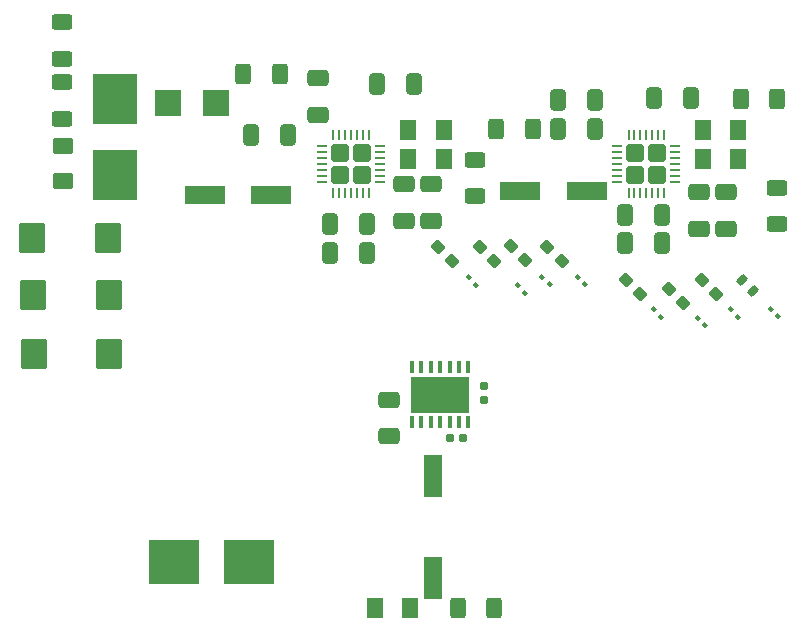
<source format=gtp>
G04 #@! TF.GenerationSoftware,KiCad,Pcbnew,9.0.2*
G04 #@! TF.CreationDate,2025-10-25T21:31:50-05:00*
G04 #@! TF.ProjectId,telescope_driver,74656c65-7363-46f7-9065-5f6472697665,rev?*
G04 #@! TF.SameCoordinates,Original*
G04 #@! TF.FileFunction,Paste,Top*
G04 #@! TF.FilePolarity,Positive*
%FSLAX46Y46*%
G04 Gerber Fmt 4.6, Leading zero omitted, Abs format (unit mm)*
G04 Created by KiCad (PCBNEW 9.0.2) date 2025-10-25 21:31:50*
%MOMM*%
%LPD*%
G01*
G04 APERTURE LIST*
G04 Aperture macros list*
%AMRoundRect*
0 Rectangle with rounded corners*
0 $1 Rounding radius*
0 $2 $3 $4 $5 $6 $7 $8 $9 X,Y pos of 4 corners*
0 Add a 4 corners polygon primitive as box body*
4,1,4,$2,$3,$4,$5,$6,$7,$8,$9,$2,$3,0*
0 Add four circle primitives for the rounded corners*
1,1,$1+$1,$2,$3*
1,1,$1+$1,$4,$5*
1,1,$1+$1,$6,$7*
1,1,$1+$1,$8,$9*
0 Add four rect primitives between the rounded corners*
20,1,$1+$1,$2,$3,$4,$5,0*
20,1,$1+$1,$4,$5,$6,$7,0*
20,1,$1+$1,$6,$7,$8,$9,0*
20,1,$1+$1,$8,$9,$2,$3,0*%
G04 Aperture macros list end*
%ADD10R,0.457200X1.016000*%
%ADD11R,4.952700X3.151000*%
%ADD12RoundRect,0.237500X-0.380070X0.044194X0.044194X-0.380070X0.380070X-0.044194X-0.044194X0.380070X0*%
%ADD13RoundRect,0.155000X-0.212500X-0.155000X0.212500X-0.155000X0.212500X0.155000X-0.212500X0.155000X0*%
%ADD14RoundRect,0.250000X-0.412500X-0.650000X0.412500X-0.650000X0.412500X0.650000X-0.412500X0.650000X0*%
%ADD15RoundRect,0.250001X0.872499X1.044999X-0.872499X1.044999X-0.872499X-1.044999X0.872499X-1.044999X0*%
%ADD16RoundRect,0.250000X-0.650000X0.412500X-0.650000X-0.412500X0.650000X-0.412500X0.650000X0.412500X0*%
%ADD17RoundRect,0.155000X0.155000X-0.212500X0.155000X0.212500X-0.155000X0.212500X-0.155000X-0.212500X0*%
%ADD18RoundRect,0.090000X0.161927X-0.034648X-0.034648X0.161927X-0.161927X0.034648X0.034648X-0.161927X0*%
%ADD19RoundRect,0.250001X0.462499X0.624999X-0.462499X0.624999X-0.462499X-0.624999X0.462499X-0.624999X0*%
%ADD20RoundRect,0.250000X0.412500X0.650000X-0.412500X0.650000X-0.412500X-0.650000X0.412500X-0.650000X0*%
%ADD21RoundRect,0.250001X-0.624999X0.462499X-0.624999X-0.462499X0.624999X-0.462499X0.624999X0.462499X0*%
%ADD22RoundRect,0.250000X-0.625000X0.400000X-0.625000X-0.400000X0.625000X-0.400000X0.625000X0.400000X0*%
%ADD23RoundRect,0.250000X-0.400000X-0.625000X0.400000X-0.625000X0.400000X0.625000X-0.400000X0.625000X0*%
%ADD24RoundRect,0.250000X0.495000X-0.495000X0.495000X0.495000X-0.495000X0.495000X-0.495000X-0.495000X0*%
%ADD25RoundRect,0.062500X0.062500X-0.337500X0.062500X0.337500X-0.062500X0.337500X-0.062500X-0.337500X0*%
%ADD26RoundRect,0.062500X0.337500X-0.062500X0.337500X0.062500X-0.337500X0.062500X-0.337500X-0.062500X0*%
%ADD27R,3.500000X1.600000*%
%ADD28R,2.209800X2.260600*%
%ADD29RoundRect,0.168750X-0.335875X-0.097228X-0.097228X-0.335875X0.335875X0.097228X0.097228X0.335875X0*%
%ADD30R,1.498600X3.606800*%
%ADD31RoundRect,0.250000X0.650000X-0.412500X0.650000X0.412500X-0.650000X0.412500X-0.650000X-0.412500X0*%
%ADD32R,4.241800X3.810000*%
%ADD33RoundRect,0.250000X0.400000X0.625000X-0.400000X0.625000X-0.400000X-0.625000X0.400000X-0.625000X0*%
%ADD34RoundRect,0.250000X0.625000X-0.400000X0.625000X0.400000X-0.625000X0.400000X-0.625000X-0.400000X0*%
%ADD35R,3.810000X4.241800*%
G04 APERTURE END LIST*
D10*
X131724800Y-80673600D03*
X132512200Y-80673600D03*
X133325000Y-80673600D03*
X134112400Y-80673600D03*
X134899800Y-80673600D03*
X135712600Y-80673600D03*
X136500000Y-80673600D03*
X136500000Y-76000000D03*
X135712600Y-76000000D03*
X134899800Y-76000000D03*
X134112400Y-76000000D03*
X133325000Y-76000000D03*
X132512200Y-76000000D03*
X131724800Y-76000000D03*
D11*
X134112400Y-78336800D03*
D12*
X143190120Y-65790120D03*
X144409880Y-67009880D03*
D13*
X134932500Y-82000000D03*
X136067500Y-82000000D03*
D14*
X118125000Y-56350000D03*
X121250000Y-56350000D03*
D15*
X106000000Y-65050000D03*
X99585000Y-65050000D03*
D16*
X123800000Y-51525000D03*
X123800000Y-54650000D03*
D17*
X137800000Y-78735000D03*
X137800000Y-77600000D03*
D14*
X144107500Y-55860000D03*
X147232500Y-55860000D03*
D18*
X152805824Y-71705824D03*
X152194176Y-71094176D03*
D19*
X159337500Y-58380000D03*
X156362500Y-58380000D03*
D20*
X152852500Y-63090000D03*
X149727500Y-63090000D03*
D21*
X102150000Y-57300000D03*
X102150000Y-60275000D03*
D15*
X106100000Y-74900000D03*
X99685000Y-74900000D03*
D22*
X102100000Y-46800000D03*
X102100000Y-49900000D03*
D12*
X149840120Y-68590120D03*
X151059880Y-69809880D03*
D18*
X162701768Y-71701768D03*
X162090120Y-71090120D03*
D23*
X135600000Y-96350000D03*
X138700000Y-96350000D03*
D24*
X125625000Y-59725000D03*
X127475000Y-59725000D03*
X125625000Y-57875000D03*
X127475000Y-57875000D03*
D25*
X125050000Y-61250000D03*
X125550000Y-61250000D03*
X126050000Y-61250000D03*
X126550000Y-61250000D03*
X127050000Y-61250000D03*
X127550000Y-61250000D03*
X128050000Y-61250000D03*
D26*
X129000000Y-60300000D03*
X129000000Y-59800000D03*
X129000000Y-59300000D03*
X129000000Y-58800000D03*
X129000000Y-58300000D03*
X129000000Y-57800000D03*
X129000000Y-57300000D03*
D25*
X128050000Y-56350000D03*
X127550000Y-56350000D03*
X127050000Y-56350000D03*
X126550000Y-56350000D03*
X126050000Y-56350000D03*
X125550000Y-56350000D03*
X125050000Y-56350000D03*
D26*
X124100000Y-57300000D03*
X124100000Y-57800000D03*
X124100000Y-58300000D03*
X124100000Y-58800000D03*
X124100000Y-59300000D03*
X124100000Y-59800000D03*
X124100000Y-60300000D03*
D12*
X137440120Y-65790120D03*
X138659880Y-67009880D03*
D24*
X150625000Y-59725000D03*
X152475000Y-59725000D03*
X150625000Y-57875000D03*
X152475000Y-57875000D03*
D25*
X150050000Y-61250000D03*
X150550000Y-61250000D03*
X151050000Y-61250000D03*
X151550000Y-61250000D03*
X152050000Y-61250000D03*
X152550000Y-61250000D03*
X153050000Y-61250000D03*
D26*
X154000000Y-60300000D03*
X154000000Y-59800000D03*
X154000000Y-59300000D03*
X154000000Y-58800000D03*
X154000000Y-58300000D03*
X154000000Y-57800000D03*
X154000000Y-57300000D03*
D25*
X153050000Y-56350000D03*
X152550000Y-56350000D03*
X152050000Y-56350000D03*
X151550000Y-56350000D03*
X151050000Y-56350000D03*
X150550000Y-56350000D03*
X150050000Y-56350000D03*
D26*
X149100000Y-57300000D03*
X149100000Y-57800000D03*
X149100000Y-58300000D03*
X149100000Y-58800000D03*
X149100000Y-59300000D03*
X149100000Y-59800000D03*
X149100000Y-60300000D03*
D27*
X119750000Y-61450000D03*
X114150000Y-61450000D03*
D28*
X115144700Y-53600000D03*
X111055300Y-53600000D03*
D29*
X159621662Y-68621662D03*
X160558578Y-69558578D03*
D19*
X134387500Y-58350000D03*
X131412500Y-58350000D03*
D12*
X133880240Y-65780240D03*
X135100000Y-67000000D03*
D30*
X133500000Y-85250000D03*
X133500000Y-93860600D03*
D19*
X159355000Y-55940000D03*
X156380000Y-55940000D03*
D27*
X146500000Y-61050000D03*
X140900000Y-61050000D03*
D18*
X143367678Y-68967678D03*
X142756030Y-68356030D03*
D16*
X133300000Y-60487500D03*
X133300000Y-63612500D03*
D23*
X117450000Y-51200000D03*
X120550000Y-51200000D03*
D16*
X156000000Y-61187500D03*
X156000000Y-64312500D03*
D31*
X129750000Y-81862500D03*
X129750000Y-78737500D03*
D19*
X131537500Y-96350000D03*
X128562500Y-96350000D03*
D18*
X141318078Y-69690078D03*
X140706430Y-69078430D03*
D22*
X102110000Y-51877500D03*
X102110000Y-54977500D03*
D12*
X156230240Y-68580240D03*
X157450000Y-69800000D03*
D32*
X111562300Y-92500000D03*
X117937700Y-92500000D03*
D20*
X155322500Y-53170000D03*
X152197500Y-53170000D03*
D18*
X137155824Y-69005824D03*
X136544176Y-68394176D03*
D33*
X162662400Y-53264000D03*
X159562400Y-53264000D03*
D15*
X106057500Y-69850000D03*
X99642500Y-69850000D03*
D16*
X158310000Y-61187500D03*
X158310000Y-64312500D03*
D18*
X156541424Y-72467424D03*
X155929776Y-71855776D03*
X159305824Y-71705824D03*
X158694176Y-71094176D03*
D12*
X140090120Y-65740120D03*
X141309880Y-66959880D03*
D20*
X127912500Y-63900000D03*
X124787500Y-63900000D03*
D19*
X134387500Y-55900000D03*
X131412500Y-55900000D03*
D34*
X137084000Y-61519600D03*
X137084000Y-58419600D03*
D33*
X141950000Y-55850000D03*
X138850000Y-55850000D03*
D20*
X131875000Y-52000000D03*
X128750000Y-52000000D03*
D16*
X131000000Y-60487500D03*
X131000000Y-63612500D03*
D12*
X153475720Y-69341840D03*
X154695480Y-70561600D03*
D20*
X152852500Y-65500000D03*
X149727500Y-65500000D03*
D18*
X146405824Y-68955824D03*
X145794176Y-68344176D03*
D20*
X127912500Y-66300000D03*
X124787500Y-66300000D03*
D14*
X144087500Y-53400000D03*
X147212500Y-53400000D03*
D35*
X106600000Y-53312300D03*
X106600000Y-59687700D03*
D34*
X162636400Y-63907200D03*
X162636400Y-60807200D03*
M02*

</source>
